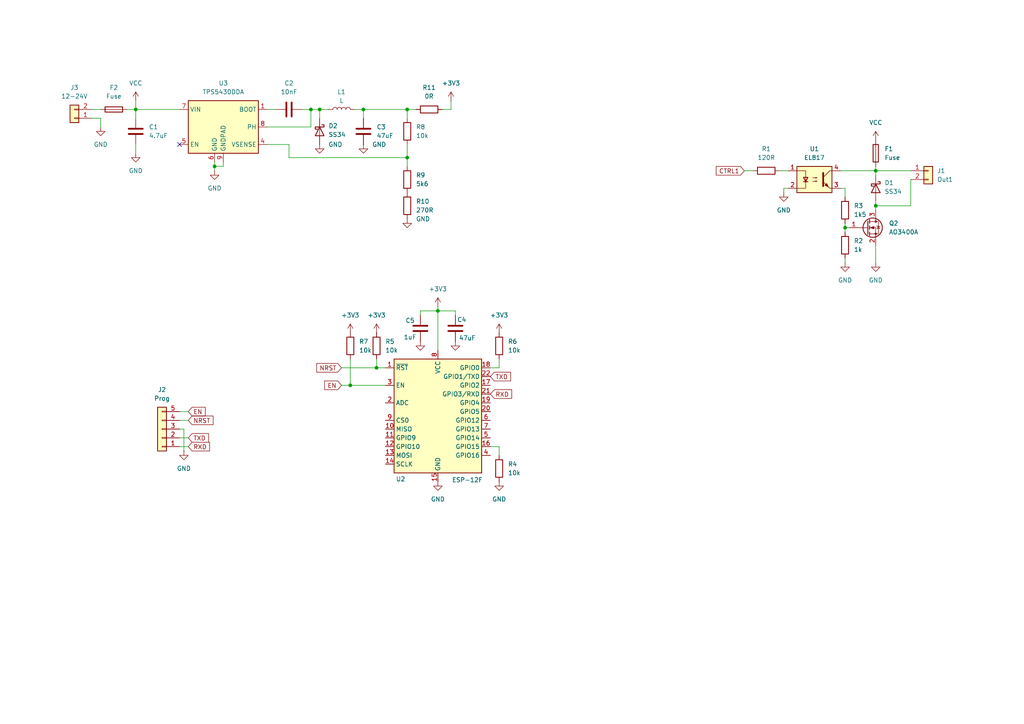
<source format=kicad_sch>
(kicad_sch (version 20231120) (generator "eeschema") (generator_version "8.0")
  (paper "A4")
  (lib_symbols
    (symbol "Connector_Generic:Conn_01x02" (pin_names (offset 1.016) hide)
      (property "Reference" "J" (at 0 2.54 0))
      (property "Value" "Conn_01x02" (at 0 -5.08 0))
      (symbol "Conn_01x02_1_1"
        (rectangle (start -1.27 -2.413) (end 0 -2.667) (stroke (width 0.1524)))
        (rectangle (start -1.27 0.127) (end 0 -0.127) (stroke (width 0.1524)))
        (rectangle (start -1.27 1.27) (end 1.27 -3.81) (stroke (width 0.254)) (fill (type background)))
        (pin passive line (at -5.08 0 0) (length 3.81) (name "Pin_1") (number "1"))
        (pin passive line (at -5.08 -2.54 0) (length 3.81) (name "Pin_2") (number "2"))
      )
    )
    (symbol "Connector_Generic:Conn_01x05" (pin_names (offset 1.016) hide)
      (property "Reference" "J" (at 0 7.62 0))
      (property "Value" "Conn_01x05" (at 0 -7.62 0))
      (symbol "Conn_01x05_1_1"
        (rectangle (start -1.27 -4.953) (end 0 -5.207) (stroke (width 0.1524)))
        (rectangle (start -1.27 -2.413) (end 0 -2.667) (stroke (width 0.1524)))
        (rectangle (start -1.27 0.127) (end 0 -0.127) (stroke (width 0.1524)))
        (rectangle (start -1.27 2.667) (end 0 2.413) (stroke (width 0.1524)))
        (rectangle (start -1.27 5.207) (end 0 4.953) (stroke (width 0.1524)))
        (rectangle (start -1.27 6.35) (end 1.27 -6.35) (stroke (width 0.254)) (fill (type background)))
        (pin passive line (at -5.08 5.08 0) (length 3.81) (name "Pin_1") (number "1"))
        (pin passive line (at -5.08 2.54 0) (length 3.81) (name "Pin_2") (number "2"))
        (pin passive line (at -5.08 0 0) (length 3.81) (name "Pin_3") (number "3"))
        (pin passive line (at -5.08 -2.54 0) (length 3.81) (name "Pin_4") (number "4"))
        (pin passive line (at -5.08 -5.08 0) (length 3.81) (name "Pin_5") (number "5"))
      )
    )
    (symbol "Device:C" (pin_numbers hide) (pin_names (offset 0.254))
      (property "Reference" "C" (at 0.635 2.54 0))
      (property "Value" "C" (at 0.635 -2.54 0))
      (symbol "C_0_1"
        (polyline (pts (xy -2.032 -0.762) (xy 2.032 -0.762)) (stroke (width 0.508)))
        (polyline (pts (xy -2.032 0.762) (xy 2.032 0.762)) (stroke (width 0.508)))
      )
      (symbol "C_1_1"
        (pin passive line (at 0 3.81 270) (length 2.794) (name "~") (number "1"))
        (pin passive line (at 0 -3.81 90) (length 2.794) (name "~") (number "2"))
      )
    )
    (symbol "Device:Fuse" (pin_numbers hide) (pin_names (offset 0))
      (property "Reference" "F" (at 2.032 0 90))
      (property "Value" "Fuse" (at -1.905 0 90))
      (symbol "Fuse_0_1"
        (rectangle (start -0.762 -2.54) (end 0.762 2.54) (stroke (width 0.254)))
        (polyline (pts (xy 0 2.54) (xy 0 -2.54)))
      )
      (symbol "Fuse_1_1"
        (pin passive line (at 0 3.81 270) (length 1.27) (name "~") (number "1"))
        (pin passive line (at 0 -3.81 90) (length 1.27) (name "~") (number "2"))
      )
    )
    (symbol "Device:L" (pin_numbers hide) (pin_names (offset 1.016) hide)
      (property "Reference" "L" (at -1.27 0 90))
      (property "Value" "L" (at 1.905 0 90))
      (symbol "L_0_1"
        (arc (start 0 -2.54) (mid 0.6323 -1.905) (end 0 -1.27))
        (arc (start 0 -1.27) (mid 0.6323 -0.635) (end 0 0))
        (arc (start 0 0) (mid 0.6323 0.635) (end 0 1.27))
        (arc (start 0 1.27) (mid 0.6323 1.905) (end 0 2.54))
      )
      (symbol "L_1_1"
        (pin passive line (at 0 3.81 270) (length 1.27) (name "1") (number "1"))
        (pin passive line (at 0 -3.81 90) (length 1.27) (name "2") (number "2"))
      )
    )
    (symbol "Device:R" (pin_numbers hide) (pin_names (offset 0))
      (property "Reference" "R" (at 2.032 0 90))
      (property "Value" "R" (at 0 0 90))
      (symbol "R_0_1"
        (rectangle (start -1.016 -2.54) (end 1.016 2.54) (stroke (width 0.254)))
      )
      (symbol "R_1_1"
        (pin passive line (at 0 3.81 270) (length 1.27) (name "~") (number "1"))
        (pin passive line (at 0 -3.81 90) (length 1.27) (name "~") (number "2"))
      )
    )
    (symbol "Diode:SS34" (pin_numbers hide) (pin_names (offset 1.016) hide)
      (property "Reference" "D" (at 0 2.54 0))
      (property "Value" "SS34" (at 0 -2.54 0))
      (symbol "SS34_0_1"
        (polyline (pts (xy 1.27 0) (xy -1.27 0)))
        (polyline (pts (xy 1.27 1.27) (xy 1.27 -1.27) (xy -1.27 0) (xy 1.27 1.27)) (stroke (width 0.254)))
        (polyline (pts (xy -1.905 0.635) (xy -1.905 1.27) (xy -1.27 1.27) (xy -1.27 -1.27) (xy -0.635 -1.27) (xy -0.635 -0.635)) (stroke (width 0.254)))
      )
      (symbol "SS34_1_1"
        (pin passive line (at -3.81 0 0) (length 2.54) (name "K") (number "1"))
        (pin passive line (at 3.81 0 180) (length 2.54) (name "A") (number "2"))
      )
    )
    (symbol "Isolator:EL817" (pin_names (offset 1.016))
      (property "Reference" "U" (at -5.08 5.08 0))
      (property "Value" "EL817" (at 0 5.08 0))
      (symbol "EL817_0_1"
        (rectangle (start -5.08 3.81) (end 5.08 -3.81) (stroke (width 0.254)) (fill (type background)))
        (polyline (pts (xy -3.175 -0.635) (xy -1.905 -0.635)) (stroke (width 0.254)))
        (polyline (pts (xy 2.54 0.635) (xy 4.445 2.54)))
        (polyline (pts (xy 4.445 -2.54) (xy 2.54 -0.635)) (fill (type outline)))
        (polyline (pts (xy 4.445 -2.54) (xy 5.08 -2.54)))
        (polyline (pts (xy 4.445 2.54) (xy 5.08 2.54)))
        (polyline (pts (xy -5.08 2.54) (xy -2.54 2.54) (xy -2.54 -0.635)))
        (polyline (pts (xy -2.54 -0.635) (xy -2.54 -2.54) (xy -5.08 -2.54)))
        (polyline (pts (xy 2.54 1.905) (xy 2.54 -1.905) (xy 2.54 -1.905)) (stroke (width 0.508)))
        (polyline (pts (xy -2.54 -0.635) (xy -3.175 0.635) (xy -1.905 0.635) (xy -2.54 -0.635)) (stroke (width 0.254)))
        (polyline (pts (xy -0.508 -0.508) (xy 0.762 -0.508) (xy 0.381 -0.635) (xy 0.381 -0.381) (xy 0.762 -0.508)))
        (polyline (pts (xy -0.508 0.508) (xy 0.762 0.508) (xy 0.381 0.381) (xy 0.381 0.635) (xy 0.762 0.508)))
        (polyline (pts (xy 3.048 -1.651) (xy 3.556 -1.143) (xy 4.064 -2.159) (xy 3.048 -1.651) (xy 3.048 -1.651)) (fill (type outline)))
      )
      (symbol "EL817_1_1"
        (pin passive line (at -7.62 2.54 0) (length 2.54) (name "~") (number "1"))
        (pin passive line (at -7.62 -2.54 0) (length 2.54) (name "~") (number "2"))
        (pin passive line (at 7.62 -2.54 180) (length 2.54) (name "~") (number "3"))
        (pin passive line (at 7.62 2.54 180) (length 2.54) (name "~") (number "4"))
      )
    )
    (symbol "RF_Module:ESP-12F"
      (property "Reference" "U" (at -12.7 19.05 0))
      (property "Value" "ESP-12F" (at 12.7 19.05 0))
      (symbol "ESP-12F_0_1"
        (rectangle (start -12.7 17.78) (end 12.7 -15.24) (stroke (width 0.254)) (fill (type background)))
      )
      (symbol "ESP-12F_1_1"
        (pin input line (at -15.24 15.24 0) (length 2.54) (name "~{RST}") (number "1"))
        (pin bidirectional line (at -15.24 -2.54 0) (length 2.54) (name "MISO") (number "10"))
        (pin bidirectional line (at -15.24 -5.08 0) (length 2.54) (name "GPIO9") (number "11"))
        (pin bidirectional line (at -15.24 -7.62 0) (length 2.54) (name "GPIO10") (number "12"))
        (pin bidirectional line (at -15.24 -10.16 0) (length 2.54) (name "MOSI") (number "13"))
        (pin bidirectional line (at -15.24 -12.7 0) (length 2.54) (name "SCLK") (number "14"))
        (pin power_in line (at 0 -17.78 90) (length 2.54) (name "GND") (number "15"))
        (pin bidirectional line (at 15.24 -7.62 180) (length 2.54) (name "GPIO15") (number "16"))
        (pin bidirectional line (at 15.24 10.16 180) (length 2.54) (name "GPIO2") (number "17"))
        (pin bidirectional line (at 15.24 15.24 180) (length 2.54) (name "GPIO0") (number "18"))
        (pin bidirectional line (at 15.24 5.08 180) (length 2.54) (name "GPIO4") (number "19"))
        (pin input line (at -15.24 5.08 0) (length 2.54) (name "ADC") (number "2"))
        (pin bidirectional line (at 15.24 2.54 180) (length 2.54) (name "GPIO5") (number "20"))
        (pin bidirectional line (at 15.24 7.62 180) (length 2.54) (name "GPIO3/RXD") (number "21"))
        (pin bidirectional line (at 15.24 12.7 180) (length 2.54) (name "GPIO1/TXD") (number "22"))
        (pin input line (at -15.24 10.16 0) (length 2.54) (name "EN") (number "3"))
        (pin bidirectional line (at 15.24 -10.16 180) (length 2.54) (name "GPIO16") (number "4"))
        (pin bidirectional line (at 15.24 -5.08 180) (length 2.54) (name "GPIO14") (number "5"))
        (pin bidirectional line (at 15.24 0 180) (length 2.54) (name "GPIO12") (number "6"))
        (pin bidirectional line (at 15.24 -2.54 180) (length 2.54) (name "GPIO13") (number "7"))
        (pin power_in line (at 0 20.32 270) (length 2.54) (name "VCC") (number "8"))
        (pin input line (at -15.24 0 0) (length 2.54) (name "CS0") (number "9"))
      )
    )
    (symbol "Regulator_Switching:TPS5430DDA"
      (property "Reference" "U" (at -10.16 8.89 0))
      (property "Value" "TPS5430DDA" (at -1.27 8.89 0))
      (symbol "TPS5430DDA_0_1"
        (rectangle (start -10.16 7.62) (end 10.16 -7.62) (stroke (width 0.254)) (fill (type background)))
      )
      (symbol "TPS5430DDA_1_1"
        (pin input line (at 12.7 5.08 180) (length 2.54) (name "BOOT") (number "1"))
        (pin no_connect line (at -10.16 2.54 0) (length 2.54) hide (name "NC") (number "2"))
        (pin no_connect line (at -10.16 -2.54 0) (length 2.54) hide (name "NC") (number "3"))
        (pin input line (at 12.7 -5.08 180) (length 2.54) (name "VSENSE") (number "4"))
        (pin input line (at -12.7 -5.08 0) (length 2.54) (name "EN") (number "5"))
        (pin power_in line (at -2.54 -10.16 90) (length 2.54) (name "GND") (number "6"))
        (pin power_in line (at -12.7 5.08 0) (length 2.54) (name "VIN") (number "7"))
        (pin output line (at 12.7 0 180) (length 2.54) (name "PH") (number "8"))
        (pin power_in line (at 0 -10.16 90) (length 2.54) (name "GNDPAD") (number "9"))
      )
    )
    (symbol "Transistor_FET:AO3400A" (pin_names hide)
      (property "Reference" "Q" (at 5.08 1.905 0))
      (property "Value" "AO3400A" (at 5.08 0 0))
      (symbol "AO3400A_0_1"
        (polyline (pts (xy 0.254 0) (xy -2.54 0)))
        (polyline (pts (xy 0.254 1.905) (xy 0.254 -1.905)) (stroke (width 0.254)))
        (polyline (pts (xy 0.762 -1.27) (xy 0.762 -2.286)) (stroke (width 0.254)))
        (polyline (pts (xy 0.762 0.508) (xy 0.762 -0.508)) (stroke (width 0.254)))
        (polyline (pts (xy 0.762 2.286) (xy 0.762 1.27)) (stroke (width 0.254)))
        (polyline (pts (xy 2.54 2.54) (xy 2.54 1.778)))
        (polyline (pts (xy 2.54 -2.54) (xy 2.54 0) (xy 0.762 0)))
        (polyline (pts (xy 0.762 -1.778) (xy 3.302 -1.778) (xy 3.302 1.778) (xy 0.762 1.778)))
        (polyline (pts (xy 1.016 0) (xy 2.032 0.381) (xy 2.032 -0.381) (xy 1.016 0)) (fill (type outline)))
        (polyline (pts (xy 2.794 0.508) (xy 2.921 0.381) (xy 3.683 0.381) (xy 3.81 0.254)))
        (polyline (pts (xy 3.302 0.381) (xy 2.921 -0.254) (xy 3.683 -0.254) (xy 3.302 0.381)))
        (circle (center 1.651 0) (radius 2.794) (stroke (width 0.254)))
        (circle (center 2.54 -1.778) (radius 0.254) (fill (type outline)))
        (circle (center 2.54 1.778) (radius 0.254) (fill (type outline)))
      )
      (symbol "AO3400A_1_1"
        (pin input line (at -5.08 0 0) (length 2.54) (name "G") (number "1"))
        (pin passive line (at 2.54 -5.08 90) (length 2.54) (name "S") (number "2"))
        (pin passive line (at 2.54 5.08 270) (length 2.54) (name "D") (number "3"))
      )
    )
    (symbol "power:+3V3" (power) (pin_numbers hide) (pin_names (offset 0) hide)
      (property "Value" "+3V3" (at 0 3.556 0))
      (symbol "+3V3_0_1"
        (polyline (pts (xy -0.762 1.27) (xy 0 2.54)))
        (polyline (pts (xy 0 0) (xy 0 2.54)))
        (polyline (pts (xy 0 2.54) (xy 0.762 1.27)))
      )
      (symbol "+3V3_1_1"
        (pin power_in line (at 0 0 90) (length 0) (name "~") (number "1"))
      )
    )
    (symbol "power:GND" (power) (pin_numbers hide) (pin_names (offset 0) hide)
      (property "Value" "GND" (at 0 -3.81 0))
      (symbol "GND_0_1"
        (polyline (pts (xy 0 0) (xy 0 -1.27) (xy 1.27 -1.27) (xy 0 -2.54) (xy -1.27 -1.27) (xy 0 -1.27)))
      )
      (symbol "GND_1_1"
        (pin power_in line (at 0 0 270) (length 0) (name "~") (number "1"))
      )
    )
    (symbol "power:VCC" (power) (pin_numbers hide) (pin_names (offset 0) hide)
      (property "Value" "VCC" (at 0 3.556 0))
      (symbol "VCC_0_1"
        (polyline (pts (xy -0.762 1.27) (xy 0 2.54)))
        (polyline (pts (xy 0 0) (xy 0 2.54)))
        (polyline (pts (xy 0 2.54) (xy 0.762 1.27)))
      )
      (symbol "VCC_1_1"
        (pin power_in line (at 0 0 90) (length 0) (name "~") (number "1"))
      )
    )
  )
  (junction (at 101.6 111.76))
  (junction (at 254 49.53))
  (junction (at 109.22 106.68))
  (junction (at 118.11 31.75))
  (junction (at 90.17 31.75))
  (junction (at 118.11 45.72))
  (junction (at 62.23 48.26))
  (junction (at 39.37 31.75))
  (junction (at 92.71 31.75))
  (junction (at 105.41 31.75))
  (junction (at 254 59.69))
  (junction (at 245.11 66.04))
  (junction (at 127 90.17))
  (no_connect (at 52.07 41.91))
  (wire (pts (xy 118.11 41.91) (xy 118.11 45.72)))
  (wire (pts (xy 245.11 54.61) (xy 245.11 57.15)))
  (wire (pts (xy 101.6 104.14) (xy 101.6 111.76)))
  (wire (pts (xy 77.47 31.75) (xy 80.01 31.75)))
  (wire (pts (xy 142.24 106.68) (xy 144.78 106.68)))
  (wire (pts (xy 99.06 111.76) (xy 101.6 111.76)))
  (wire (pts (xy 243.84 49.53) (xy 254 49.53)))
  (wire (pts (xy 62.23 48.26) (xy 62.23 49.53)))
  (wire (pts (xy 130.81 31.75) (xy 130.81 29.21)))
  (wire (pts (xy 118.11 31.75) (xy 120.65 31.75)))
  (wire (pts (xy 127 88.9) (xy 127 90.17)))
  (wire (pts (xy 39.37 31.75) (xy 39.37 29.21)))
  (wire (pts (xy 245.11 74.93) (xy 245.11 76.2)))
  (wire (pts (xy 128.27 31.75) (xy 130.81 31.75)))
  (wire (pts (xy 254 48.26) (xy 254 49.53)))
  (wire (pts (xy 92.71 31.75) (xy 95.25 31.75)))
  (wire (pts (xy 39.37 41.91) (xy 39.37 44.45)))
  (wire (pts (xy 254 59.69) (xy 264.16 59.69)))
  (wire (pts (xy 245.11 64.77) (xy 245.11 66.04)))
  (wire (pts (xy 64.77 46.99) (xy 64.77 48.26)))
  (wire (pts (xy 53.34 124.46) (xy 53.34 130.81)))
  (wire (pts (xy 215.9 49.53) (xy 218.44 49.53)))
  (wire (pts (xy 90.17 36.83) (xy 90.17 31.75)))
  (wire (pts (xy 39.37 31.75) (xy 52.07 31.75)))
  (wire (pts (xy 245.11 67.31) (xy 245.11 66.04)))
  (wire (pts (xy 121.92 90.17) (xy 127 90.17)))
  (wire (pts (xy 109.22 106.68) (xy 111.76 106.68)))
  (wire (pts (xy 127 90.17) (xy 132.08 90.17)))
  (wire (pts (xy 144.78 132.08) (xy 144.78 129.54)))
  (wire (pts (xy 254 59.69) (xy 254 58.42)))
  (wire (pts (xy 90.17 31.75) (xy 87.63 31.75)))
  (wire (pts (xy 52.07 129.54) (xy 54.61 129.54)))
  (wire (pts (xy 52.07 124.46) (xy 53.34 124.46)))
  (wire (pts (xy 254 49.53) (xy 254 50.8)))
  (wire (pts (xy 127 90.17) (xy 127 101.6)))
  (wire (pts (xy 83.82 41.91) (xy 83.82 45.72)))
  (wire (pts (xy 243.84 54.61) (xy 245.11 54.61)))
  (wire (pts (xy 144.78 129.54) (xy 142.24 129.54)))
  (wire (pts (xy 132.08 90.17) (xy 132.08 91.44)))
  (wire (pts (xy 226.06 49.53) (xy 228.6 49.53)))
  (wire (pts (xy 118.11 45.72) (xy 118.11 48.26)))
  (wire (pts (xy 52.07 119.38) (xy 54.61 119.38)))
  (wire (pts (xy 26.67 31.75) (xy 29.21 31.75)))
  (wire (pts (xy 227.33 55.88) (xy 227.33 54.61)))
  (wire (pts (xy 77.47 41.91) (xy 83.82 41.91)))
  (wire (pts (xy 118.11 31.75) (xy 118.11 34.29)))
  (wire (pts (xy 83.82 45.72) (xy 118.11 45.72)))
  (wire (pts (xy 264.16 52.07) (xy 264.16 59.69)))
  (wire (pts (xy 26.67 34.29) (xy 29.21 34.29)))
  (wire (pts (xy 254 71.12) (xy 254 76.2)))
  (wire (pts (xy 101.6 111.76) (xy 111.76 111.76)))
  (wire (pts (xy 90.17 31.75) (xy 92.71 31.75)))
  (wire (pts (xy 92.71 31.75) (xy 92.71 34.29)))
  (wire (pts (xy 77.47 36.83) (xy 90.17 36.83)))
  (wire (pts (xy 254 59.69) (xy 254 60.96)))
  (wire (pts (xy 109.22 104.14) (xy 109.22 106.68)))
  (wire (pts (xy 105.41 31.75) (xy 118.11 31.75)))
  (wire (pts (xy 144.78 106.68) (xy 144.78 104.14)))
  (wire (pts (xy 62.23 46.99) (xy 62.23 48.26)))
  (wire (pts (xy 39.37 31.75) (xy 39.37 34.29)))
  (wire (pts (xy 245.11 66.04) (xy 246.38 66.04)))
  (wire (pts (xy 102.87 31.75) (xy 105.41 31.75)))
  (wire (pts (xy 254 49.53) (xy 264.16 49.53)))
  (wire (pts (xy 99.06 106.68) (xy 109.22 106.68)))
  (wire (pts (xy 29.21 34.29) (xy 29.21 36.83)))
  (wire (pts (xy 64.77 48.26) (xy 62.23 48.26)))
  (wire (pts (xy 105.41 34.29) (xy 105.41 31.75)))
  (wire (pts (xy 121.92 91.44) (xy 121.92 90.17)))
  (wire (pts (xy 52.07 127) (xy 54.61 127)))
  (wire (pts (xy 52.07 121.92) (xy 54.61 121.92)))
  (wire (pts (xy 227.33 54.61) (xy 228.6 54.61)))
  (wire (pts (xy 36.83 31.75) (xy 39.37 31.75)))
  (global_label "NRST" (shape input) (at 99.06 106.68 180) (property "Intersheetrefs" "${INTERSHEET_REFS}" (effects (hide yes))))
  (global_label "EN" (shape input) (at 54.61 119.38 0) (property "Intersheetrefs" "${INTERSHEET_REFS}" (effects (hide yes))))
  (global_label "TXD" (shape input) (at 142.24 109.22 0) (property "Intersheetrefs" "${INTERSHEET_REFS}" (effects (hide yes))))
  (global_label "EN" (shape input) (at 99.06 111.76 180) (property "Intersheetrefs" "${INTERSHEET_REFS}" (effects (hide yes))))
  (global_label "TXD" (shape input) (at 54.61 127 0) (property "Intersheetrefs" "${INTERSHEET_REFS}" (effects (hide yes))))
  (global_label "NRST" (shape input) (at 54.61 121.92 0) (property "Intersheetrefs" "${INTERSHEET_REFS}" (effects (hide yes))))
  (global_label "RXD" (shape input) (at 142.24 114.3 0) (property "Intersheetrefs" "${INTERSHEET_REFS}" (effects (hide yes))))
  (global_label "CTRL1" (shape input) (at 215.9 49.53 180) (property "Intersheetrefs" "${INTERSHEET_REFS}" (effects (hide yes))))
  (global_label "RXD" (shape input) (at 54.61 129.54 0) (property "Intersheetrefs" "${INTERSHEET_REFS}" (effects (hide yes))))
  (symbol (lib_id "Device:R") (at 222.25 49.53 270) (unit 1)
    (property "Reference" "R1" (at 222.25 43.18 90))
    (property "Value" "120R" (at 222.25 45.72 90))
    (property "Footprint" "Resistor_SMD:R_0603_1608Metric" (effects (hide yes)))
    (property "Description" "Resistor" (effects (hide yes)))
    (property "LCSC Part" "C22787" (effects (hide yes)))
    (property "Catalogue" "https://jlcpcb.com/partdetail/23514-0603WAF1200T5E/C22787" (effects (hide yes)))
  )
  (symbol (lib_id "power:GND") (at 127 139.7 0) (unit 1)
    (property "Reference" "#PWR05" (effects (hide yes)))
    (property "Value" "GND" (at 127 144.78 0))
    (property "Description" "Power symbol creates a global label with name \"GND\" , ground" (effects (hide yes)))
  )
  (symbol (lib_id "Device:L") (at 99.06 31.75 90) (unit 1)
    (property "Reference" "L1" (at 99.06 26.67 90))
    (property "Value" "L" (at 99.06 29.21 90))
    (property "Description" "Inductor" (effects (hide yes)))
  )
  (symbol (lib_id "Device:R") (at 124.46 31.75 270) (unit 1)
    (property "Reference" "R11" (at 124.46 25.4 90))
    (property "Value" "0R" (at 124.46 27.94 90))
    (property "Footprint" "Resistor_SMD:R_0603_1608Metric" (effects (hide yes)))
    (property "Description" "Resistor" (effects (hide yes)))
    (property "Catalogue" "https://jlcpcb.com/partdetail/21903-0603WAF0000T5E/C21189" (effects (hide yes)))
    (property "LCSC Part" "C21189" (effects (hide yes)))
  )
  (symbol (lib_id "Device:C") (at 39.37 38.1 0) (unit 1)
    (property "Reference" "C1" (at 43.18 36.8299 0) (effects (justify left)))
    (property "Value" "4.7uF" (at 43.18 39.3699 0) (effects (justify left)))
    (property "Footprint" "Capacitor_SMD:C_1206_3216Metric" (effects (hide yes)))
    (property "Description" "Unpolarized capacitor" (effects (hide yes)))
    (property "LCSC Part" "C29823" (effects (hide yes)))
    (property "Catalogue" "https://jlcpcb.com/partdetail/30577-1206B475K500NT/C29823" (effects (hide yes)))
  )
  (symbol (lib_id "power:GND") (at 144.78 139.7 0) (unit 1)
    (property "Reference" "#PWR07" (effects (hide yes)))
    (property "Value" "GND" (at 144.78 144.78 0))
    (property "Description" "Power symbol creates a global label with name \"GND\" , ground" (effects (hide yes)))
  )
  (symbol (lib_id "Device:R") (at 144.78 135.89 180) (unit 1)
    (property "Reference" "R4" (at 147.32 134.6199 0) (effects (justify right)))
    (property "Value" "10k" (at 147.32 137.1599 0) (effects (justify right)))
    (property "Footprint" "Resistor_SMD:R_0603_1608Metric" (effects (hide yes)))
    (property "Description" "Resistor" (effects (hide yes)))
    (property "Catalogue" "https://jlcpcb.com/partdetail/26547-0603WAF1002T5E/C25804" (effects (hide yes)))
    (property "LCSC Part" "C25804" (effects (hide yes)))
  )
  (symbol (lib_id "power:GND") (at 121.92 99.06 0) (unit 1)
    (property "Reference" "#PWR021" (effects (hide yes)))
    (property "Value" "GND" (effects (hide yes)))
    (property "Description" "Power symbol creates a global label with name \"GND\" , ground" (effects (hide yes)))
  )
  (symbol (lib_id "Device:R") (at 245.11 71.12 0) (unit 1)
    (property "Reference" "R2" (at 247.65 69.8499 0) (effects (justify left)))
    (property "Value" "1k" (at 247.65 72.3899 0) (effects (justify left)))
    (property "Footprint" "Resistor_SMD:R_0603_1608Metric" (effects (hide yes)))
    (property "Description" "Resistor" (effects (hide yes)))
    (property "LCSC Part" "C21190" (effects (hide yes)))
    (property "Catalogue" "https://jlcpcb.com/partdetail/21904-0603WAF1001T5E/C21190" (effects (hide yes)))
  )
  (symbol (lib_id "Isolator:EL817") (at 236.22 52.07 0) (unit 1)
    (property "Reference" "U1" (at 236.22 43.18 0))
    (property "Value" "EL817" (at 236.22 45.72 0))
    (property "Footprint" "Package_DIP:DIP-4_W7.62mm" (effects (hide yes)))
    (property "Datasheet" "http://www.everlight.com/file/ProductFile/EL817.pdf" (effects (hide yes)))
    (property "Description" "DC Optocoupler, Vce 35V, DIP-4" (effects (hide yes)))
    (property "Catalogue" "https://jlcpcb.com/partdetail/EverlightElec-EL817S1_C_TU_F/C106900" (effects (hide yes)))
    (property "LCSC Part" "C106900" (effects (hide yes)))
  )
  (symbol (lib_id "RF_Module:ESP-12F") (at 127 121.92 0) (unit 1)
    (property "Reference" "U2" (at 114.808 138.938 0) (effects (justify left)))
    (property "Value" "ESP-12F" (at 131.064 139.192 0) (effects (justify left)))
    (property "Footprint" "RF_Module:ESP-12E" (effects (hide yes)))
    (property "Datasheet" "http://wiki.ai-thinker.com/_media/esp8266/esp8266_series_modules_user_manual_v1.1.pdf" (effects (hide yes)))
    (property "Description" "802.11 b/g/n Wi-Fi Module" (effects (hide yes)))
  )
  (symbol (lib_id "Device:R") (at 118.11 52.07 180) (unit 1)
    (property "Reference" "R9" (at 120.65 50.7999 0) (effects (justify right)))
    (property "Value" "5k6" (at 120.65 53.3399 0) (effects (justify right)))
    (property "Footprint" "Resistor_SMD:R_0603_1608Metric" (effects (hide yes)))
    (property "Description" "Resistor" (effects (hide yes)))
    (property "Catalogue" "https://jlcpcb.com/partdetail/23916-0603WAF5601T5E/C23189" (effects (hide yes)))
    (property "LCSC Part" "C23189" (effects (hide yes)))
  )
  (symbol (lib_id "Regulator_Switching:TPS5430DDA") (at 64.77 36.83 0) (unit 1)
    (property "Reference" "U3" (at 64.77 24.13 0))
    (property "Value" "TPS5430DDA" (at 64.77 26.67 0))
    (property "Footprint" "Package_SO:TI_SO-PowerPAD-8_ThermalVias" (effects (hide yes)))
    (property "Datasheet" "http://www.ti.com/lit/ds/symlink/tps5430.pdf" (effects (hide yes)))
    (property "Description" "3A, Step Down Swift Converter, Adjustable Output Voltage, 5.5-36V Input Voltage, PowerSO-8" (effects (hide yes)))
    (property "Catalogue" "https://jlcpcb.com/partdetail/TexasInstruments-TPS5430DDAR/C9864" (effects (hide yes)))
    (property "LCSC Part" "C9864" (effects (hide yes)))
  )
  (symbol (lib_id "power:+3V3") (at 101.6 96.52 0) (unit 1)
    (property "Reference" "#PWR010" (effects (hide yes)))
    (property "Value" "+3V3" (at 101.6 91.44 0))
    (property "Description" "Power symbol creates a global label with name \"+3V3\"" (effects (hide yes)))
  )
  (symbol (lib_id "power:GND") (at 92.71 41.91 0) (unit 1)
    (property "Reference" "#PWR016" (effects (hide yes)))
    (property "Value" "GND" (at 97.282 41.91 0))
    (property "Description" "Power symbol creates a global label with name \"GND\" , ground" (effects (hide yes)))
  )
  (symbol (lib_id "Device:Fuse") (at 254 44.45 0) (unit 1)
    (property "Reference" "F1" (at 256.54 43.1799 0) (effects (justify left)))
    (property "Value" "Fuse" (at 256.54 45.7199 0) (effects (justify left)))
    (property "Footprint" "Fuse:Fuse_1206_3216Metric" (effects (hide yes)))
    (property "Description" "Fuse" (effects (hide yes)))
  )
  (symbol (lib_id "Device:C") (at 132.08 95.25 180) (unit 1)
    (property "Reference" "C4" (at 132.588 92.71 0) (effects (justify right)))
    (property "Value" "47uF" (at 133.096 98.044 0) (effects (justify right)))
    (property "Footprint" "Capacitor_SMD:C_0805_2012Metric" (effects (hide yes)))
    (property "Description" "Unpolarized capacitor" (effects (hide yes)))
    (property "Catalogue" "https://jlcpcb.com/partdetail/17464-CL21A476MQYNNNE/C16780" (effects (hide yes)))
    (property "LCSC Part" "C16780" (effects (hide yes)))
  )
  (symbol (lib_id "power:GND") (at 105.41 41.91 0) (unit 1)
    (property "Reference" "#PWR018" (effects (hide yes)))
    (property "Value" "GND" (at 109.982 41.91 0))
    (property "Description" "Power symbol creates a global label with name \"GND\" , ground" (effects (hide yes)))
  )
  (symbol (lib_id "Device:C") (at 105.41 38.1 0) (unit 1)
    (property "Reference" "C3" (at 109.22 36.8299 0) (effects (justify left)))
    (property "Value" "47uF" (at 109.22 39.3699 0) (effects (justify left)))
    (property "Footprint" "Capacitor_SMD:C_0805_2012Metric" (effects (hide yes)))
    (property "Description" "Unpolarized capacitor" (effects (hide yes)))
    (property "Catalogue" "https://jlcpcb.com/partdetail/17464-CL21A476MQYNNNE/C16780" (effects (hide yes)))
    (property "LCSC Part" "C16780" (effects (hide yes)))
  )
  (symbol (lib_id "Device:R") (at 118.11 38.1 180) (unit 1)
    (property "Reference" "R8" (at 120.65 36.8299 0) (effects (justify right)))
    (property "Value" "10k" (at 120.65 39.3699 0) (effects (justify right)))
    (property "Footprint" "Resistor_SMD:R_0603_1608Metric" (effects (hide yes)))
    (property "Description" "Resistor" (effects (hide yes)))
    (property "Catalogue" "https://jlcpcb.com/partdetail/26547-0603WAF1002T5E/C25804" (effects (hide yes)))
    (property "LCSC Part" "C25804" (effects (hide yes)))
  )
  (symbol (lib_id "power:+3V3") (at 144.78 96.52 0) (unit 1)
    (property "Reference" "#PWR09" (effects (hide yes)))
    (property "Value" "+3V3" (at 144.78 91.44 0))
    (property "Description" "Power symbol creates a global label with name \"+3V3\"" (effects (hide yes)))
  )
  (symbol (lib_id "power:VCC") (at 39.37 29.21 0) (unit 1)
    (property "Reference" "#PWR012" (effects (hide yes)))
    (property "Value" "VCC" (at 39.37 24.13 0))
    (property "Description" "Power symbol creates a global label with name \"VCC\"" (effects (hide yes)))
  )
  (symbol (lib_id "power:+3V3") (at 109.22 96.52 0) (unit 1)
    (property "Reference" "#PWR08" (effects (hide yes)))
    (property "Value" "+3V3" (at 109.22 91.44 0))
    (property "Description" "Power symbol creates a global label with name \"+3V3\"" (effects (hide yes)))
  )
  (symbol (lib_id "Device:R") (at 109.22 100.33 180) (unit 1)
    (property "Reference" "R5" (at 111.76 99.0599 0) (effects (justify right)))
    (property "Value" "10k" (at 111.76 101.5999 0) (effects (justify right)))
    (property "Footprint" "Resistor_SMD:R_0603_1608Metric" (effects (hide yes)))
    (property "Description" "Resistor" (effects (hide yes)))
    (property "Catalogue" "https://jlcpcb.com/partdetail/26547-0603WAF1002T5E/C25804" (effects (hide yes)))
    (property "LCSC Part" "C25804" (effects (hide yes)))
  )
  (symbol (lib_id "Device:C") (at 83.82 31.75 90) (unit 1)
    (property "Reference" "C2" (at 83.82 24.13 90))
    (property "Value" "10nF" (at 83.82 26.67 90))
    (property "Footprint" "Capacitor_SMD:C_0603_1608Metric" (effects (hide yes)))
    (property "Description" "Unpolarized capacitor" (effects (hide yes)))
    (property "LCSC Part" "C57112" (effects (hide yes)))
    (property "Catalogue" "https://jlcpcb.com/partdetail/58143-0603B103K500NT/C57112" (effects (hide yes)))
  )
  (symbol (lib_id "Device:R") (at 245.11 60.96 0) (unit 1)
    (property "Reference" "R3" (at 247.65 59.6899 0) (effects (justify left)))
    (property "Value" "1k5" (at 247.65 62.2299 0) (effects (justify left)))
    (property "Footprint" "Resistor_SMD:R_0603_1608Metric" (effects (hide yes)))
    (property "Description" "Resistor" (effects (hide yes)))
    (property "LCSC Part" "C22843" (effects (hide yes)))
    (property "Catalogue" "https://jlcpcb.com/partdetail/23570-0603WAF1501T5E/C22843" (effects (hide yes)))
  )
  (symbol (lib_id "power:GND") (at 62.23 49.53 0) (unit 1)
    (property "Reference" "#PWR015" (effects (hide yes)))
    (property "Value" "GND" (at 62.23 54.61 0))
    (property "Description" "Power symbol creates a global label with name \"GND\" , ground" (effects (hide yes)))
  )
  (symbol (lib_id "power:GND") (at 254 76.2 0) (unit 1)
    (property "Reference" "#PWR02" (effects (hide yes)))
    (property "Value" "GND" (at 254 81.28 0))
    (property "Description" "Power symbol creates a global label with name \"GND\" , ground" (effects (hide yes)))
  )
  (symbol (lib_id "Connector_Generic:Conn_01x02") (at 269.24 49.53 0) (unit 1)
    (property "Reference" "J1" (at 271.78 49.5299 0) (effects (justify left)))
    (property "Value" "Out1" (at 271.78 52.0699 0) (effects (justify left)))
    (property "Footprint" "TerminalBlock:TerminalBlock_bornier-2_P5.08mm" (effects (hide yes)))
    (property "Description" "Generic connector, single row, 01x02, script generated (kicad-library-utils/schlib/autogen/connector/)" (effects (hide yes)))
  )
  (symbol (lib_id "power:GND") (at 132.08 99.06 0) (unit 1)
    (property "Reference" "#PWR020" (effects (hide yes)))
    (property "Value" "GND" (effects (hide yes)))
    (property "Description" "Power symbol creates a global label with name \"GND\" , ground" (effects (hide yes)))
  )
  (symbol (lib_id "Diode:SS34") (at 92.71 38.1 270) (unit 1)
    (property "Reference" "D2" (at 95.25 36.5124 90) (effects (justify left)))
    (property "Value" "SS34" (at 95.25 39.0524 90) (effects (justify left)))
    (property "Footprint" "Diode_SMD:D_SMA" (effects (hide yes)))
    (property "Datasheet" "https://www.vishay.com/docs/88751/ss32.pdf" (effects (hide yes)))
    (property "Description" "40V 3A Schottky Diode, SMA" (effects (hide yes)))
    (property "Catalogue" "https://jlcpcb.com/partdetail/mdd_microdiode_semiconductor-SS34/C8678" (effects (hide yes)))
    (property "LCSC Part" "C8678" (effects (hide yes)))
  )
  (symbol (lib_id "power:GND") (at 53.34 130.81 0) (unit 1)
    (property "Reference" "#PWR011" (effects (hide yes)))
    (property "Value" "GND" (at 53.34 135.89 0))
    (property "Description" "Power symbol creates a global label with name \"GND\" , ground" (effects (hide yes)))
  )
  (symbol (lib_id "Device:R") (at 144.78 100.33 180) (unit 1)
    (property "Reference" "R6" (at 147.32 99.0599 0) (effects (justify right)))
    (property "Value" "10k" (at 147.32 101.5999 0) (effects (justify right)))
    (property "Footprint" "Resistor_SMD:R_0603_1608Metric" (effects (hide yes)))
    (property "Description" "Resistor" (effects (hide yes)))
    (property "Catalogue" "https://jlcpcb.com/partdetail/26547-0603WAF1002T5E/C25804" (effects (hide yes)))
    (property "LCSC Part" "C25804" (effects (hide yes)))
  )
  (symbol (lib_id "Transistor_FET:AO3400A") (at 251.46 66.04 0) (unit 1)
    (property "Reference" "Q2" (at 257.81 64.7699 0) (effects (justify left)))
    (property "Value" "AO3400A" (at 257.81 67.3099 0) (effects (justify left)))
    (property "Footprint" "Package_TO_SOT_SMD:SOT-23" (effects (hide yes)))
    (property "Datasheet" "http://www.aosmd.com/pdfs/datasheet/AO3400A.pdf" (effects (hide yes)))
    (property "Description" "30V Vds, 5.7A Id, N-Channel MOSFET, SOT-23" (effects (hide yes)))
    (property "LCSC Part" "C20917" (effects (hide yes)))
    (property "Catalogue" "https://jlcpcb.com/partdetail/Alpha_OmegaSemicon-AO3400A/C20917" (effects (hide yes)))
  )
  (symbol (lib_id "Device:Fuse") (at 33.02 31.75 90) (unit 1)
    (property "Reference" "F2" (at 33.02 25.4 90))
    (property "Value" "Fuse" (at 33.02 27.94 90))
    (property "Footprint" "Fuse:Fuse_1206_3216Metric" (effects (hide yes)))
    (property "Description" "Fuse" (effects (hide yes)))
  )
  (symbol (lib_id "Connector_Generic:Conn_01x02") (at 21.59 34.29 180) (unit 1)
    (property "Reference" "J3" (at 21.59 25.4 0))
    (property "Value" "12-24V" (at 21.59 27.94 0))
    (property "Footprint" "TerminalBlock:TerminalBlock_bornier-2_P5.08mm" (effects (hide yes)))
    (property "Description" "Generic connector, single row, 01x02, script generated (kicad-library-utils/schlib/autogen/connector/)" (effects (hide yes)))
  )
  (symbol (lib_id "power:+3V3") (at 130.81 29.21 0) (unit 1)
    (property "Reference" "#PWR019" (effects (hide yes)))
    (property "Value" "+3V3" (at 130.81 24.13 0))
    (property "Description" "Power symbol creates a global label with name \"+3V3\"" (effects (hide yes)))
  )
  (symbol (lib_id "power:GND") (at 245.11 76.2 0) (unit 1)
    (property "Reference" "#PWR01" (effects (hide yes)))
    (property "Value" "GND" (at 245.11 81.28 0))
    (property "Description" "Power symbol creates a global label with name \"GND\" , ground" (effects (hide yes)))
  )
  (symbol (lib_id "Device:R") (at 101.6 100.33 180) (unit 1)
    (property "Reference" "R7" (at 104.14 99.0599 0) (effects (justify right)))
    (property "Value" "10k" (at 104.14 101.5999 0) (effects (justify right)))
    (property "Footprint" "Resistor_SMD:R_0603_1608Metric" (effects (hide yes)))
    (property "Description" "Resistor" (effects (hide yes)))
    (property "Catalogue" "https://jlcpcb.com/partdetail/26547-0603WAF1002T5E/C25804" (effects (hide yes)))
    (property "LCSC Part" "C25804" (effects (hide yes)))
  )
  (symbol (lib_id "power:+3V3") (at 127 88.9 0) (unit 1)
    (property "Reference" "#PWR06" (effects (hide yes)))
    (property "Value" "+3V3" (at 127 83.82 0))
    (property "Description" "Power symbol creates a global label with name \"+3V3\"" (effects (hide yes)))
  )
  (symbol (lib_id "Connector_Generic:Conn_01x05") (at 46.99 124.46 180) (unit 1)
    (property "Reference" "J2" (at 46.99 113.03 0))
    (property "Value" "Prog" (at 46.99 115.57 0))
    (property "Footprint" "Connector_PinHeader_2.54mm:PinHeader_1x05_P2.54mm_Vertical" (effects (hide yes)))
    (property "Description" "Generic connector, single row, 01x05, script generated (kicad-library-utils/schlib/autogen/connector/)" (effects (hide yes)))
  )
  (symbol (lib_id "power:GND") (at 29.21 36.83 0) (unit 1)
    (property "Reference" "#PWR014" (effects (hide yes)))
    (property "Value" "GND" (at 29.21 41.91 0))
    (property "Description" "Power symbol creates a global label with name \"GND\" , ground" (effects (hide yes)))
  )
  (symbol (lib_id "power:GND") (at 39.37 44.45 0) (unit 1)
    (property "Reference" "#PWR013" (effects (hide yes)))
    (property "Value" "GND" (at 39.37 49.53 0))
    (property "Description" "Power symbol creates a global label with name \"GND\" , ground" (effects (hide yes)))
  )
  (symbol (lib_id "Device:C") (at 121.92 95.25 180) (unit 1)
    (property "Reference" "C5" (at 117.602 92.964 0) (effects (justify right)))
    (property "Value" "1uF" (at 117.094 97.79 0) (effects (justify right)))
    (property "Footprint" "Capacitor_SMD:C_0805_2012Metric" (effects (hide yes)))
    (property "Description" "Unpolarized capacitor" (effects (hide yes)))
    (property "Catalogue" "https://jlcpcb.com/partdetail/29074-CL21B105KBFNNNE/C28323" (effects (hide yes)))
    (property "LCSC Part" "C28323" (effects (hide yes)))
  )
  (symbol (lib_id "power:GND") (at 118.11 63.5 0) (unit 1)
    (property "Reference" "#PWR017" (effects (hide yes)))
    (property "Value" "GND" (at 122.682 63.5 0))
    (property "Description" "Power symbol creates a global label with name \"GND\" , ground" (effects (hide yes)))
  )
  (symbol (lib_id "Device:R") (at 118.11 59.69 180) (unit 1)
    (property "Reference" "R10" (at 120.65 58.4199 0) (effects (justify right)))
    (property "Value" "270R" (at 120.65 60.9599 0) (effects (justify right)))
    (property "Footprint" "Resistor_SMD:R_0603_1608Metric" (effects (hide yes)))
    (property "Description" "Resistor" (effects (hide yes)))
    (property "Catalogue" "https://jlcpcb.com/partdetail/23693-0603WAF2700T5E/C22966" (effects (hide yes)))
    (property "LCSC Part" "C22966" (effects (hide yes)))
  )
  (symbol (lib_id "power:VCC") (at 254 40.64 0) (unit 1)
    (property "Reference" "#PWR03" (effects (hide yes)))
    (property "Value" "VCC" (at 254 35.56 0))
    (property "Description" "Power symbol creates a global label with name \"VCC\"" (effects (hide yes)))
  )
  (symbol (lib_id "power:GND") (at 227.33 55.88 0) (unit 1)
    (property "Reference" "#PWR04" (effects (hide yes)))
    (property "Value" "GND" (at 227.33 60.96 0))
    (property "Description" "Power symbol creates a global label with name \"GND\" , ground" (effects (hide yes)))
  )
  (symbol (lib_id "Diode:SS34") (at 254 54.61 270) (unit 1)
    (property "Reference" "D1" (at 256.54 53.0224 90) (effects (justify left)))
    (property "Value" "SS34" (at 256.54 55.5624 90) (effects (justify left)))
    (property "Footprint" "Diode_SMD:D_SMA" (effects (hide yes)))
    (property "Datasheet" "https://www.vishay.com/docs/88751/ss32.pdf" (effects (hide yes)))
    (property "Description" "40V 3A Schottky Diode, SMA" (effects (hide yes)))
    (property "Catalogue" "https://jlcpcb.com/partdetail/mdd_microdiode_semiconductor-SS34/C8678" (effects (hide yes)))
    (property "LCSC Part" "C8678" (effects (hide yes)))
  )
)
</source>
